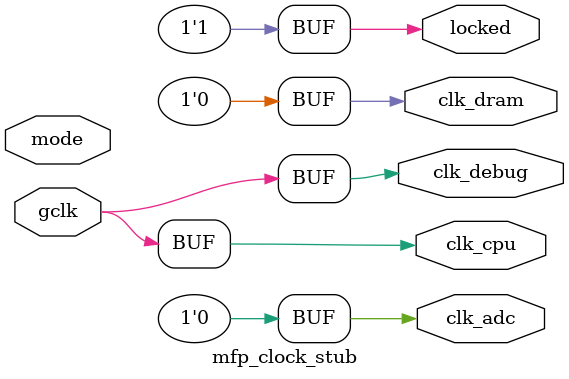
<source format=v>

module mfp_clock_stub
#(
    parameter MODE = 0,
              TOOL = ""
)(
    input        gclk,
    input  [1:0] mode,
    output       clk_cpu,
    output       clk_adc,
    output       clk_dram,
    output       clk_debug,
    output       locked 
);
    assign clk_cpu   = gclk;
    assign clk_adc   = 1'b0;
    assign clk_dram  = 1'b0;
    assign clk_debug = gclk;
    assign locked    = 1'b1;
endmodule

</source>
